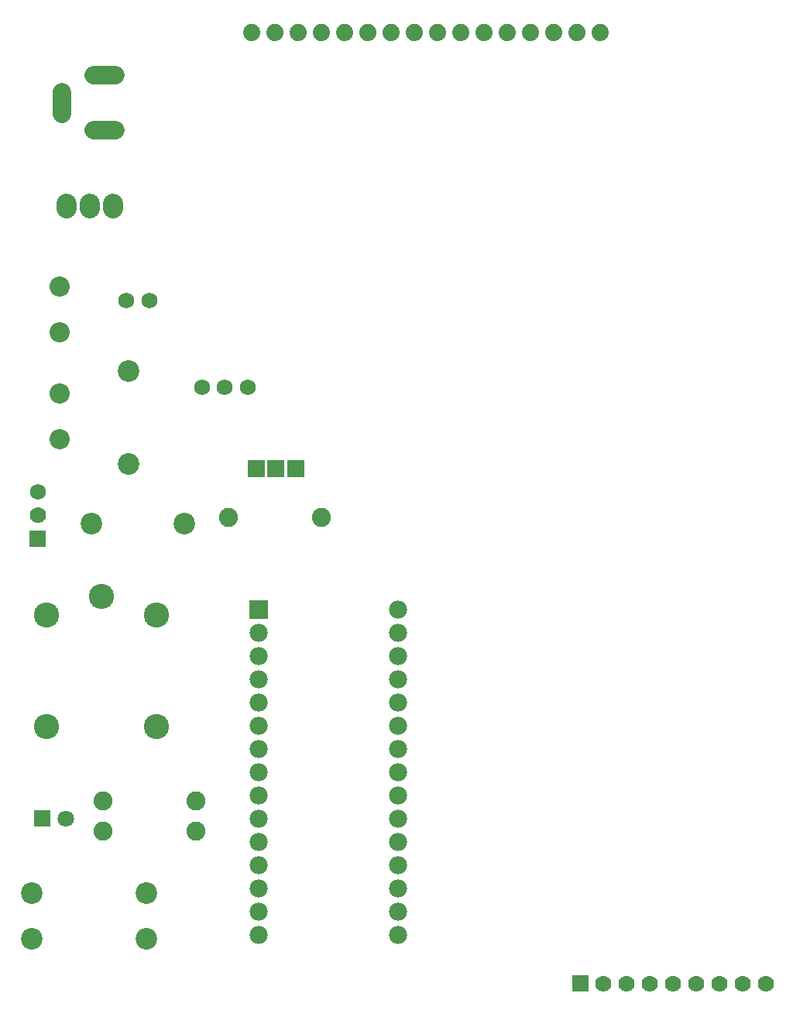
<source format=gbs>
G04 Layer: BottomSolderMaskLayer*
G04 EasyEDA v6.4.20.6, 2021-08-16T11:23:07+05:00*
G04 c3a099c2b70d45deafa0669b64b3af86,5b6d1f2078ba48c69a4fdbf02e9f565d,10*
G04 Gerber Generator version 0.2*
G04 Scale: 100 percent, Rotated: No, Reflected: No *
G04 Dimensions in millimeters *
G04 leading zeros omitted , absolute positions ,4 integer and 5 decimal *
%FSLAX45Y45*%
%MOMM*%

%ADD19C,1.7780*%
%ADD37C,2.2352*%
%ADD38C,2.0032*%
%ADD39C,2.3622*%
%ADD41C,2.0828*%
%ADD42C,1.7272*%
%ADD44C,1.9812*%
%ADD46C,1.8032*%
%ADD47C,2.2032*%
%ADD48C,2.7432*%
%ADD49C,1.8796*%

%LPD*%
D37*
X1651000Y-10845800D02*
G01*
X1651000Y-10896600D01*
X1905000Y-10845800D02*
G01*
X1905000Y-10896600D01*
X1397000Y-10845800D02*
G01*
X1397000Y-10896600D01*
D38*
X1929825Y-10040874D02*
G01*
X1689826Y-10040874D01*
X1689826Y-9440926D02*
G01*
X1929825Y-9440926D01*
X1339799Y-9860899D02*
G01*
X1339799Y-9620900D01*
D39*
G01*
X2070100Y-12674600D03*
G01*
X2070100Y-13690600D03*
G36*
X3373120Y-13835379D02*
G01*
X3373120Y-13647420D01*
X3561079Y-13647420D01*
X3561079Y-13835379D01*
G37*
G36*
X3589020Y-13835379D02*
G01*
X3589020Y-13647420D01*
X3776979Y-13647420D01*
X3776979Y-13835379D01*
G37*
G36*
X3804920Y-13835379D02*
G01*
X3804920Y-13647420D01*
X3992879Y-13647420D01*
X3992879Y-13835379D01*
G37*
D41*
G01*
X3162300Y-14274800D03*
G01*
X4178300Y-14274800D03*
G01*
X1790700Y-17703800D03*
G01*
X2806700Y-17703800D03*
G01*
X2806700Y-17373600D03*
G01*
X1790700Y-17373600D03*
D42*
G01*
X2298700Y-11899900D03*
G01*
X2044700Y-11899900D03*
G36*
X6921500Y-19456400D02*
G01*
X6921500Y-19278600D01*
X7099300Y-19278600D01*
X7099300Y-19456400D01*
G37*
D19*
G01*
X7264400Y-19367500D03*
G01*
X7518400Y-19367500D03*
G01*
X7772400Y-19367500D03*
G01*
X8026400Y-19367500D03*
G01*
X8280400Y-19367500D03*
G01*
X8534400Y-19367500D03*
G01*
X8788400Y-19367500D03*
G01*
X9042400Y-19367500D03*
D42*
G01*
X3124225Y-12852400D03*
G01*
X2874213Y-12852400D03*
G01*
X3374186Y-12852400D03*
G36*
X3393440Y-15377160D02*
G01*
X3393440Y-15179039D01*
X3591559Y-15179039D01*
X3591559Y-15377160D01*
G37*
D44*
G01*
X3492500Y-15532100D03*
G01*
X3492500Y-15786100D03*
G01*
X3492500Y-16040100D03*
G01*
X3492500Y-16294100D03*
G01*
X3492500Y-16548100D03*
G01*
X3492500Y-16802100D03*
G01*
X3492500Y-17056100D03*
G01*
X3492500Y-17310100D03*
G01*
X3492500Y-17564100D03*
G01*
X3492500Y-17818100D03*
G01*
X3492500Y-18072100D03*
G01*
X3492500Y-18326100D03*
G01*
X3492500Y-18580100D03*
G01*
X3492500Y-18834100D03*
G01*
X5016500Y-15278100D03*
G01*
X5016500Y-15532100D03*
G01*
X5016500Y-15786100D03*
G01*
X5016500Y-16040100D03*
G01*
X5016500Y-16294100D03*
G01*
X5016500Y-16548100D03*
G01*
X5016500Y-16802100D03*
G01*
X5016500Y-17056100D03*
G01*
X5016500Y-17310100D03*
G01*
X5016500Y-17564100D03*
G01*
X5016500Y-17818100D03*
G01*
X5016500Y-18072100D03*
G01*
X5016500Y-18326100D03*
G01*
X5016500Y-18580100D03*
G01*
X5016500Y-18834100D03*
G36*
X1040129Y-17654270D02*
G01*
X1040129Y-17473929D01*
X1220470Y-17473929D01*
X1220470Y-17654270D01*
G37*
D46*
G01*
X1384300Y-17564100D03*
D39*
G01*
X2679700Y-14338300D03*
G01*
X1663700Y-14338300D03*
D47*
G01*
X1320800Y-11751055D03*
G01*
X1320800Y-12251944D03*
G01*
X1320800Y-12919455D03*
G01*
X1320800Y-13420344D03*
D48*
G01*
X1178052Y-16559656D03*
G01*
X2377947Y-16559656D03*
G01*
X2377947Y-15339441D03*
G01*
X1178052Y-15339441D03*
G01*
X1778000Y-15139543D03*
D39*
G01*
X1013460Y-18381979D03*
G01*
X1013460Y-18879820D03*
G01*
X2263140Y-18879820D03*
G01*
X2263140Y-18381979D03*
G36*
X990600Y-14592300D02*
G01*
X990600Y-14414500D01*
X1168400Y-14414500D01*
X1168400Y-14592300D01*
G37*
D19*
G01*
X1079500Y-14249400D03*
D42*
G01*
X1079500Y-13995400D03*
D49*
G01*
X3416706Y-8976105D03*
G01*
X3670706Y-8976105D03*
G01*
X3924706Y-8976105D03*
G01*
X4178706Y-8976105D03*
G01*
X4432706Y-8976105D03*
G01*
X4686706Y-8976105D03*
G01*
X4940706Y-8976105D03*
G01*
X5194706Y-8976105D03*
G01*
X5448706Y-8976105D03*
G01*
X5702706Y-8976105D03*
G01*
X5956706Y-8976105D03*
G01*
X6210706Y-8976105D03*
G01*
X6464706Y-8976105D03*
G01*
X6718706Y-8976105D03*
G01*
X6972706Y-8976105D03*
G01*
X7226706Y-8976105D03*
M02*

</source>
